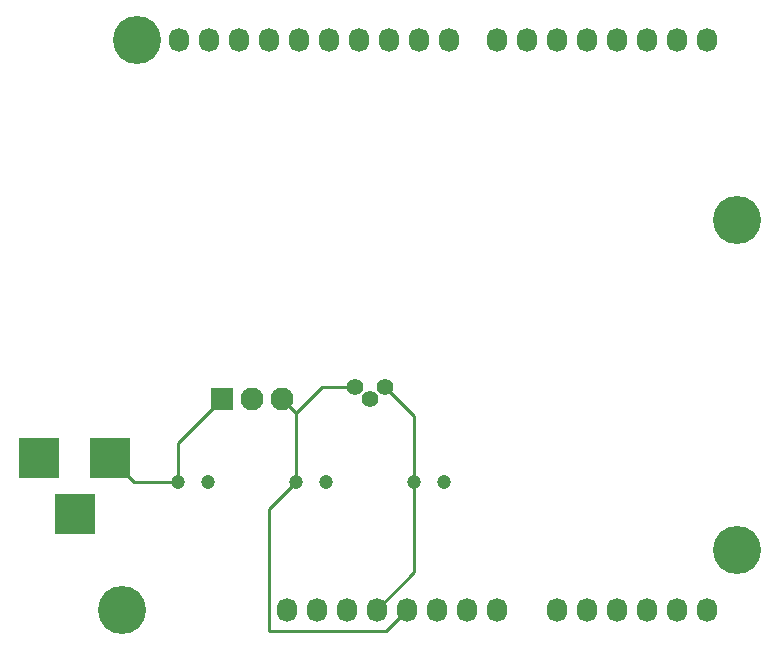
<source format=gbr>
%TF.GenerationSoftware,KiCad,Pcbnew,6.0.0-d3dd2cf0fa~116~ubuntu21.10.1*%
%TF.CreationDate,2022-01-02T16:32:18-05:00*%
%TF.ProjectId,ardustack-power,61726475-7374-4616-936b-2d706f776572,rev?*%
%TF.SameCoordinates,Original*%
%TF.FileFunction,Copper,L1,Top*%
%TF.FilePolarity,Positive*%
%FSLAX46Y46*%
G04 Gerber Fmt 4.6, Leading zero omitted, Abs format (unit mm)*
G04 Created by KiCad (PCBNEW 6.0.0-d3dd2cf0fa~116~ubuntu21.10.1) date 2022-01-02 16:32:18*
%MOMM*%
%LPD*%
G01*
G04 APERTURE LIST*
%TA.AperFunction,ComponentPad*%
%ADD10O,1.727200X2.032000*%
%TD*%
%TA.AperFunction,ComponentPad*%
%ADD11C,4.064000*%
%TD*%
%TA.AperFunction,ComponentPad*%
%ADD12C,1.200000*%
%TD*%
%TA.AperFunction,ComponentPad*%
%ADD13R,3.500000X3.500000*%
%TD*%
%TA.AperFunction,ComponentPad*%
%ADD14R,1.935000X1.935000*%
%TD*%
%TA.AperFunction,ComponentPad*%
%ADD15C,1.935000*%
%TD*%
%TA.AperFunction,ComponentPad*%
%ADD16C,1.400000*%
%TD*%
%TA.AperFunction,Conductor*%
%ADD17C,0.250000*%
%TD*%
G04 APERTURE END LIST*
D10*
%TO.P,P1,1,Pin_1*%
%TO.N,unconnected-(P1-Pad1)*%
X138938000Y-123825000D03*
%TO.P,P1,2,Pin_2*%
%TO.N,/IOREF*%
X141478000Y-123825000D03*
%TO.P,P1,3,Pin_3*%
%TO.N,/Reset*%
X144018000Y-123825000D03*
%TO.P,P1,4,Pin_4*%
%TO.N,+3V3*%
X146558000Y-123825000D03*
%TO.P,P1,5,Pin_5*%
%TO.N,+5V*%
X149098000Y-123825000D03*
%TO.P,P1,6,Pin_6*%
%TO.N,GND*%
X151638000Y-123825000D03*
%TO.P,P1,7,Pin_7*%
X154178000Y-123825000D03*
%TO.P,P1,8,Pin_8*%
%TO.N,/Vin*%
X156718000Y-123825000D03*
%TD*%
%TO.P,P2,1,Pin_1*%
%TO.N,/A0*%
X161798000Y-123825000D03*
%TO.P,P2,2,Pin_2*%
%TO.N,/A1*%
X164338000Y-123825000D03*
%TO.P,P2,3,Pin_3*%
%TO.N,/A2*%
X166878000Y-123825000D03*
%TO.P,P2,4,Pin_4*%
%TO.N,/A3*%
X169418000Y-123825000D03*
%TO.P,P2,5,Pin_5*%
%TO.N,/A4(SDA)*%
X171958000Y-123825000D03*
%TO.P,P2,6,Pin_6*%
%TO.N,/A5(SCL)*%
X174498000Y-123825000D03*
%TD*%
%TO.P,P3,1,Pin_1*%
%TO.N,unconnected-(P3-Pad1)*%
X129794000Y-75565000D03*
%TO.P,P3,2,Pin_2*%
%TO.N,unconnected-(P3-Pad2)*%
X132334000Y-75565000D03*
%TO.P,P3,3,Pin_3*%
%TO.N,/AREF*%
X134874000Y-75565000D03*
%TO.P,P3,4,Pin_4*%
%TO.N,GND*%
X137414000Y-75565000D03*
%TO.P,P3,5,Pin_5*%
%TO.N,/13(SCK)*%
X139954000Y-75565000D03*
%TO.P,P3,6,Pin_6*%
%TO.N,/12(MISO)*%
X142494000Y-75565000D03*
%TO.P,P3,7,Pin_7*%
%TO.N,/11(\u002A\u002A{slash}MOSI)*%
X145034000Y-75565000D03*
%TO.P,P3,8,Pin_8*%
%TO.N,/10(\u002A\u002A{slash}SS)*%
X147574000Y-75565000D03*
%TO.P,P3,9,Pin_9*%
%TO.N,/9(\u002A\u002A)*%
X150114000Y-75565000D03*
%TO.P,P3,10,Pin_10*%
%TO.N,/8*%
X152654000Y-75565000D03*
%TD*%
%TO.P,P4,1,Pin_1*%
%TO.N,/7*%
X156718000Y-75565000D03*
%TO.P,P4,2,Pin_2*%
%TO.N,/6(\u002A\u002A)*%
X159258000Y-75565000D03*
%TO.P,P4,3,Pin_3*%
%TO.N,/5(\u002A\u002A)*%
X161798000Y-75565000D03*
%TO.P,P4,4,Pin_4*%
%TO.N,/4*%
X164338000Y-75565000D03*
%TO.P,P4,5,Pin_5*%
%TO.N,/3(\u002A\u002A)*%
X166878000Y-75565000D03*
%TO.P,P4,6,Pin_6*%
%TO.N,/2*%
X169418000Y-75565000D03*
%TO.P,P4,7,Pin_7*%
%TO.N,/1(Tx)*%
X171958000Y-75565000D03*
%TO.P,P4,8,Pin_8*%
%TO.N,/0(Rx)*%
X174498000Y-75565000D03*
%TD*%
D11*
%TO.P,P5,1,Pin_1*%
%TO.N,unconnected-(P5-Pad1)*%
X124968000Y-123825000D03*
%TD*%
%TO.P,P6,1,Pin_1*%
%TO.N,unconnected-(P6-Pad1)*%
X177038000Y-118745000D03*
%TD*%
%TO.P,P7,1,Pin_1*%
%TO.N,unconnected-(P7-Pad1)*%
X126238000Y-75565000D03*
%TD*%
%TO.P,P8,1,Pin_1*%
%TO.N,unconnected-(P8-Pad1)*%
X177038000Y-90805000D03*
%TD*%
D12*
%TO.P,C2,1*%
%TO.N,+5V*%
X139750000Y-113000000D03*
%TO.P,C2,2*%
%TO.N,GND*%
X142250000Y-113000000D03*
%TD*%
D13*
%TO.P,J1,1*%
%TO.N,Net-(C1-Pad1)*%
X124000000Y-111000000D03*
%TO.P,J1,2*%
%TO.N,GND*%
X118000000Y-111000000D03*
%TO.P,J1,3*%
%TO.N,unconnected-(J1-Pad3)*%
X121000000Y-115700000D03*
%TD*%
D14*
%TO.P,IC1,1,INPUT*%
%TO.N,Net-(C1-Pad1)*%
X133460000Y-106000000D03*
D15*
%TO.P,IC1,2,GROUND*%
%TO.N,GND*%
X136000000Y-106000000D03*
%TO.P,IC1,3,OUTPUT*%
%TO.N,+5V*%
X138540000Y-106000000D03*
%TD*%
D16*
%TO.P,IC2,1,OUTPUT*%
%TO.N,+3V3*%
X147270000Y-105000000D03*
%TO.P,IC2,2,GND*%
%TO.N,GND*%
X146000000Y-106000000D03*
%TO.P,IC2,3,INPUT*%
%TO.N,+5V*%
X144730000Y-105000000D03*
%TD*%
D12*
%TO.P,C1,1*%
%TO.N,Net-(C1-Pad1)*%
X129750000Y-113000000D03*
%TO.P,C1,2*%
%TO.N,GND*%
X132250000Y-113000000D03*
%TD*%
%TO.P,C3,1*%
%TO.N,+3V3*%
X149750000Y-113000000D03*
%TO.P,C3,2*%
%TO.N,GND*%
X152250000Y-113000000D03*
%TD*%
D17*
%TO.N,+5V*%
X139750000Y-113000000D02*
X139750000Y-107210000D01*
X137414000Y-125603000D02*
X137414000Y-115336000D01*
X147320000Y-125603000D02*
X137414000Y-125603000D01*
X137414000Y-115336000D02*
X139750000Y-113000000D01*
X139750000Y-107210000D02*
X141960000Y-105000000D01*
X149098000Y-123825000D02*
X147320000Y-125603000D01*
X141960000Y-105000000D02*
X144730000Y-105000000D01*
X139750000Y-107210000D02*
X138540000Y-106000000D01*
%TO.N,Net-(C1-Pad1)*%
X129750000Y-109710000D02*
X133460000Y-106000000D01*
X126000000Y-113000000D02*
X124000000Y-111000000D01*
X129750000Y-113000000D02*
X129750000Y-109710000D01*
X129750000Y-113000000D02*
X126000000Y-113000000D01*
%TO.N,+3V3*%
X149750000Y-113000000D02*
X149750000Y-107480000D01*
X149750000Y-120633000D02*
X146558000Y-123825000D01*
X149750000Y-107480000D02*
X147270000Y-105000000D01*
X149750000Y-113000000D02*
X149750000Y-120633000D01*
%TD*%
M02*

</source>
